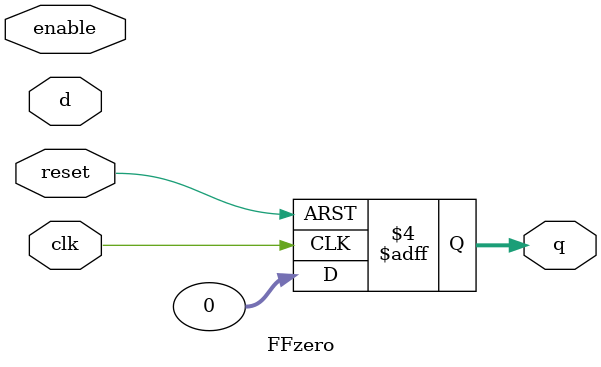
<source format=v>
module FFzero #(
parameter WIDTH = 32
)
(
input clk,
input reset, 
input [WIDTH-1:0] d,
input enable, 
output reg [WIDTH-1:0] q
);


always @ (negedge reset or posedge clk)
begin
	q <= 32'b0;
	// Reset whenever the reset signal goes low, regardless of the clock
	// or the clock enable
	if (!reset)
	begin
		q <= 32'b0;
	end
	// If not resetting, and the clock signal is enabled on this register,
	// update the register output on the clock's rising edge
	else
	begin
		if (enable)
		begin
			q <= 32'b0;
		end
	end
end
endmodule 
</source>
